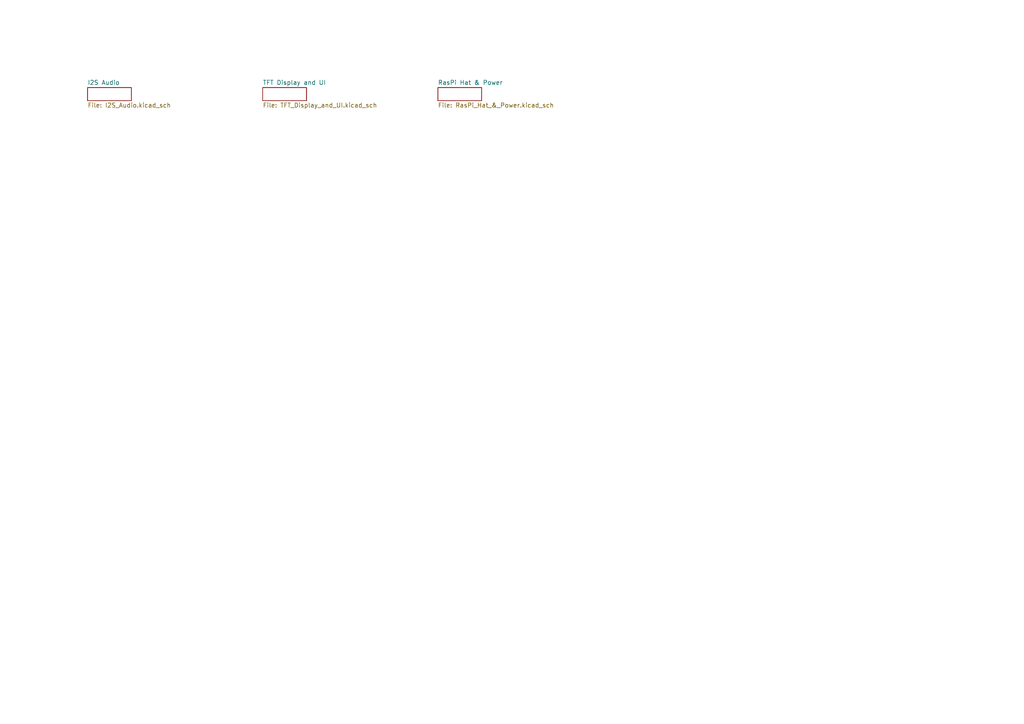
<source format=kicad_sch>
(kicad_sch (version 20230121) (generator eeschema)
  (paper "A4")
  (lib_symbols)
  (sheet (at 127 25.4) (size 12.7 3.81)
    (property "Sheetname" "RasPi Hat & Power" (at 127 24.6884 0) (effects (justify left bottom)))
    (property "Sheetfile" "RasPi_Hat_&_Power.kicad_sch" (at 127 29.7946 0) (effects (justify left top)))
  )
  (sheet (at 76.2 25.4) (size 12.7 3.81)
    (property "Sheetname" "TFT Display and UI" (at 76.2 24.6884 0) (effects (justify left bottom)))
    (property "Sheetfile" "TFT_Display_and_UI.kicad_sch" (at 76.2 29.7946 0) (effects (justify left top)))
  )
  (sheet (at 25.4 25.4) (size 12.7 3.81)
    (property "Sheetname" "I2S Audio" (at 25.4 24.6884 0) (effects (justify left bottom)))
    (property "Sheetfile" "I2S_Audio.kicad_sch" (at 25.4 29.7946 0) (effects (justify left top)))
  )
)
</source>
